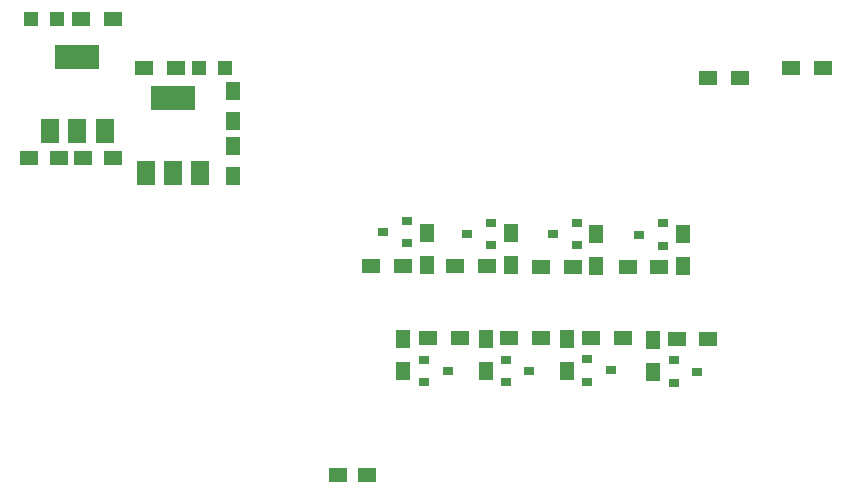
<source format=gbr>
G04 #@! TF.FileFunction,Paste,Top*
%FSLAX46Y46*%
G04 Gerber Fmt 4.6, Leading zero omitted, Abs format (unit mm)*
G04 Created by KiCad (PCBNEW 4.0.4-stable) date 05/31/17 10:55:34*
%MOMM*%
%LPD*%
G01*
G04 APERTURE LIST*
%ADD10C,0.100000*%
%ADD11R,1.500000X1.300000*%
%ADD12R,1.500000X1.250000*%
%ADD13R,1.250000X1.500000*%
%ADD14R,1.200000X1.200000*%
%ADD15R,3.800000X2.000000*%
%ADD16R,1.500000X2.000000*%
%ADD17R,0.900000X0.800000*%
%ADD18R,1.300000X1.500000*%
G04 APERTURE END LIST*
D10*
D11*
X177650000Y-74800000D03*
X174950000Y-74800000D03*
D12*
X143560000Y-108390000D03*
X146060000Y-108390000D03*
D13*
X134720000Y-83050000D03*
X134720000Y-80550000D03*
D12*
X122040000Y-81600000D03*
X124540000Y-81600000D03*
X119940000Y-81590000D03*
X117440000Y-81590000D03*
D13*
X134740000Y-75920000D03*
X134740000Y-78420000D03*
D14*
X117610000Y-69790000D03*
X119810000Y-69790000D03*
X134020000Y-73920000D03*
X131820000Y-73920000D03*
D11*
X174950000Y-96900000D03*
X172250000Y-96900000D03*
X160800000Y-96800000D03*
X158100000Y-96800000D03*
X121810000Y-69820000D03*
X124510000Y-69820000D03*
X129830000Y-73920000D03*
X127130000Y-73920000D03*
X181980000Y-73970000D03*
X184680000Y-73970000D03*
D15*
X121530000Y-72980000D03*
D16*
X121530000Y-79280000D03*
X123830000Y-79280000D03*
X119230000Y-79280000D03*
D15*
X129630000Y-76520000D03*
D16*
X129630000Y-82820000D03*
X131930000Y-82820000D03*
X127330000Y-82820000D03*
D17*
X172000000Y-98700000D03*
X172000000Y-100600000D03*
X174000000Y-99650000D03*
X157800000Y-98650000D03*
X157800000Y-100550000D03*
X159800000Y-99600000D03*
X164700000Y-98600000D03*
X164700000Y-100500000D03*
X166700000Y-99550000D03*
X150900000Y-98650000D03*
X150900000Y-100550000D03*
X152900000Y-99600000D03*
X149400000Y-88800000D03*
X149400000Y-86900000D03*
X147400000Y-87850000D03*
X156500000Y-88950000D03*
X156500000Y-87050000D03*
X154500000Y-88000000D03*
X163800000Y-88950000D03*
X163800000Y-87050000D03*
X161800000Y-88000000D03*
X171100000Y-89000000D03*
X171100000Y-87100000D03*
X169100000Y-88050000D03*
D11*
X167700000Y-96800000D03*
X165000000Y-96800000D03*
X153900000Y-96800000D03*
X151200000Y-96800000D03*
D18*
X170300000Y-99700000D03*
X170300000Y-97000000D03*
X156100000Y-99600000D03*
X156100000Y-96900000D03*
X163000000Y-99600000D03*
X163000000Y-96900000D03*
X149100000Y-99600000D03*
X149100000Y-96900000D03*
X151100000Y-87900000D03*
X151100000Y-90600000D03*
X158200000Y-87900000D03*
X158200000Y-90600000D03*
X165400000Y-88000000D03*
X165400000Y-90700000D03*
X172800000Y-88000000D03*
X172800000Y-90700000D03*
D11*
X149100000Y-90700000D03*
X146400000Y-90700000D03*
X156200000Y-90700000D03*
X153500000Y-90700000D03*
X160800000Y-90800000D03*
X163500000Y-90800000D03*
X170800000Y-90800000D03*
X168100000Y-90800000D03*
M02*

</source>
